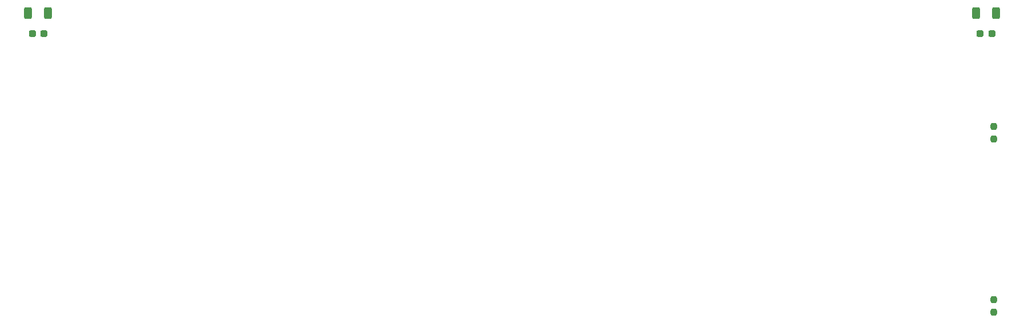
<source format=gbr>
%TF.GenerationSoftware,KiCad,Pcbnew,9.0.1*%
%TF.CreationDate,2025-10-25T17:54:32-05:00*%
%TF.ProjectId,MaxiCarrier,4d617869-4361-4727-9269-65722e6b6963,rev?*%
%TF.SameCoordinates,Original*%
%TF.FileFunction,Paste,Top*%
%TF.FilePolarity,Positive*%
%FSLAX46Y46*%
G04 Gerber Fmt 4.6, Leading zero omitted, Abs format (unit mm)*
G04 Created by KiCad (PCBNEW 9.0.1) date 2025-10-25 17:54:32*
%MOMM*%
%LPD*%
G01*
G04 APERTURE LIST*
G04 Aperture macros list*
%AMRoundRect*
0 Rectangle with rounded corners*
0 $1 Rounding radius*
0 $2 $3 $4 $5 $6 $7 $8 $9 X,Y pos of 4 corners*
0 Add a 4 corners polygon primitive as box body*
4,1,4,$2,$3,$4,$5,$6,$7,$8,$9,$2,$3,0*
0 Add four circle primitives for the rounded corners*
1,1,$1+$1,$2,$3*
1,1,$1+$1,$4,$5*
1,1,$1+$1,$6,$7*
1,1,$1+$1,$8,$9*
0 Add four rect primitives between the rounded corners*
20,1,$1+$1,$2,$3,$4,$5,0*
20,1,$1+$1,$4,$5,$6,$7,0*
20,1,$1+$1,$6,$7,$8,$9,0*
20,1,$1+$1,$8,$9,$2,$3,0*%
G04 Aperture macros list end*
%ADD10RoundRect,0.237500X-0.287500X-0.237500X0.287500X-0.237500X0.287500X0.237500X-0.287500X0.237500X0*%
%ADD11RoundRect,0.250000X0.312500X0.625000X-0.312500X0.625000X-0.312500X-0.625000X0.312500X-0.625000X0*%
%ADD12RoundRect,0.237500X-0.237500X0.250000X-0.237500X-0.250000X0.237500X-0.250000X0.237500X0.250000X0*%
%ADD13RoundRect,0.250000X-0.312500X-0.625000X0.312500X-0.625000X0.312500X0.625000X-0.312500X0.625000X0*%
%ADD14RoundRect,0.237500X0.237500X-0.250000X0.237500X0.250000X-0.237500X0.250000X-0.237500X-0.250000X0*%
G04 APERTURE END LIST*
D10*
%TO.C,D1*%
X32162500Y-41250000D03*
X33912500Y-41250000D03*
%TD*%
D11*
%TO.C,R1*%
X34462500Y-38250000D03*
X31537500Y-38250000D03*
%TD*%
D12*
%TO.C,R6*%
X174750000Y-80837500D03*
X174750000Y-82662500D03*
%TD*%
D13*
%TO.C,R2*%
X172140000Y-38250000D03*
X175065000Y-38250000D03*
%TD*%
D10*
%TO.C,D2*%
X172750000Y-41250000D03*
X174500000Y-41250000D03*
%TD*%
D14*
%TO.C,R5*%
X174750000Y-56912500D03*
X174750000Y-55087500D03*
%TD*%
M02*

</source>
